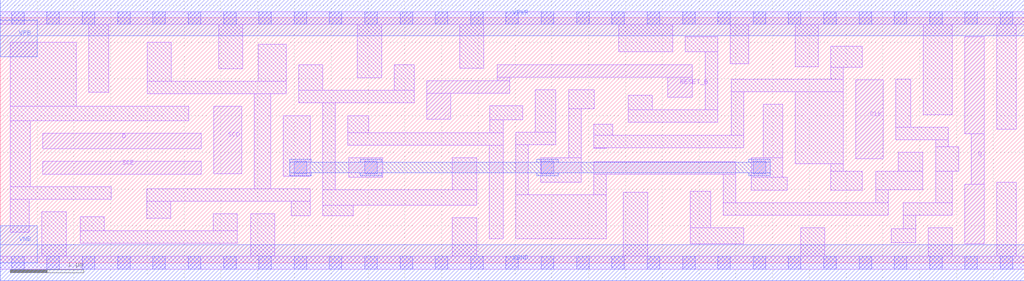
<source format=lef>
# Copyright 2020 The SkyWater PDK Authors
#
# Licensed under the Apache License, Version 2.0 (the "License");
# you may not use this file except in compliance with the License.
# You may obtain a copy of the License at
#
#     https://www.apache.org/licenses/LICENSE-2.0
#
# Unless required by applicable law or agreed to in writing, software
# distributed under the License is distributed on an "AS IS" BASIS,
# WITHOUT WARRANTIES OR CONDITIONS OF ANY KIND, either express or implied.
# See the License for the specific language governing permissions and
# limitations under the License.
#
# SPDX-License-Identifier: Apache-2.0

VERSION 5.5 ;
NAMESCASESENSITIVE ON ;
BUSBITCHARS "[]" ;
DIVIDERCHAR "/" ;
MACRO sky130_fd_sc_lp__sdfrtp_2
  CLASS CORE ;
  SOURCE USER ;
  ORIGIN  0.000000  0.000000 ;
  SIZE  13.92000 BY  3.330000 ;
  SYMMETRY X Y R90 ;
  SITE unit ;
  PIN D
    ANTENNAGATEAREA  0.159000 ;
    DIRECTION INPUT ;
    USE SIGNAL ;
    PORT
      LAYER li1 ;
        RECT 0.575000 1.550000 2.735000 1.760000 ;
    END
  END D
  PIN Q
    ANTENNADIFFAREA  0.588000 ;
    DIRECTION OUTPUT ;
    USE SIGNAL ;
    PORT
      LAYER li1 ;
        RECT 13.115000 0.255000 13.375000 1.065000 ;
        RECT 13.115000 1.755000 13.375000 3.075000 ;
        RECT 13.200000 1.065000 13.375000 1.755000 ;
    END
  END Q
  PIN RESET_B
    ANTENNAGATEAREA  0.411000 ;
    DIRECTION INPUT ;
    USE SIGNAL ;
    PORT
      LAYER li1 ;
        RECT 5.795000 1.950000 6.125000 2.305000 ;
        RECT 5.795000 2.305000 6.925000 2.475000 ;
        RECT 6.755000 2.475000 6.925000 2.525000 ;
        RECT 6.755000 2.525000 9.405000 2.695000 ;
        RECT 9.075000 2.250000 9.405000 2.525000 ;
    END
  END RESET_B
  PIN SCD
    ANTENNAGATEAREA  0.159000 ;
    DIRECTION INPUT ;
    USE SIGNAL ;
    PORT
      LAYER li1 ;
        RECT 2.905000 1.210000 3.285000 2.130000 ;
    END
  END SCD
  PIN SCE
    ANTENNAGATEAREA  0.318000 ;
    DIRECTION INPUT ;
    USE SIGNAL ;
    PORT
      LAYER li1 ;
        RECT 0.575000 1.200000 2.735000 1.380000 ;
    END
  END SCE
  PIN CLK
    ANTENNAGATEAREA  0.315000 ;
    DIRECTION INPUT ;
    USE CLOCK ;
    PORT
      LAYER li1 ;
        RECT 11.630000 1.415000 12.005000 2.490000 ;
    END
  END CLK
  PIN VGND
    DIRECTION INOUT ;
    USE GROUND ;
    PORT
      LAYER met1 ;
        RECT 0.000000 -0.245000 13.920000 0.245000 ;
    END
  END VGND
  PIN VNB
    DIRECTION INOUT ;
    USE GROUND ;
    PORT
    END
  END VNB
  PIN VPB
    DIRECTION INOUT ;
    USE POWER ;
    PORT
    END
  END VPB
  PIN VNB
    DIRECTION INOUT ;
    USE GROUND ;
    PORT
      LAYER met1 ;
        RECT 0.000000 0.000000 0.500000 0.500000 ;
    END
  END VNB
  PIN VPB
    DIRECTION INOUT ;
    USE POWER ;
    PORT
      LAYER met1 ;
        RECT 0.000000 2.800000 0.500000 3.300000 ;
    END
  END VPB
  PIN VPWR
    DIRECTION INOUT ;
    USE POWER ;
    PORT
      LAYER met1 ;
        RECT 0.000000 3.085000 13.920000 3.575000 ;
    END
  END VPWR
  OBS
    LAYER li1 ;
      RECT  0.000000 -0.085000 13.920000 0.085000 ;
      RECT  0.000000  3.245000 13.920000 3.415000 ;
      RECT  0.135000  0.415000  0.395000 0.860000 ;
      RECT  0.135000  0.860000  1.510000 1.030000 ;
      RECT  0.135000  1.030000  0.405000 1.930000 ;
      RECT  0.135000  1.930000  2.560000 2.130000 ;
      RECT  0.135000  2.130000  1.035000 3.000000 ;
      RECT  0.565000  0.085000  0.895000 0.690000 ;
      RECT  1.085000  0.265000  3.225000 0.435000 ;
      RECT  1.085000  0.435000  1.415000 0.625000 ;
      RECT  1.205000  2.320000  1.475000 3.245000 ;
      RECT  1.990000  0.605000  2.320000 0.835000 ;
      RECT  1.990000  0.835000  4.215000 1.005000 ;
      RECT  1.995000  2.300000  3.885000 2.470000 ;
      RECT  1.995000  2.470000  2.325000 3.000000 ;
      RECT  2.895000  0.435000  3.225000 0.665000 ;
      RECT  2.970000  2.640000  3.300000 3.245000 ;
      RECT  3.405000  0.085000  3.735000 0.665000 ;
      RECT  3.455000  1.005000  3.680000 2.300000 ;
      RECT  3.510000  2.470000  3.885000 2.970000 ;
      RECT  3.850000  1.175000  4.215000 1.995000 ;
      RECT  3.955000  0.640000  4.215000 0.835000 ;
      RECT  4.055000  2.175000  5.625000 2.345000 ;
      RECT  4.055000  2.345000  4.385000 2.695000 ;
      RECT  4.385000  0.640000  4.800000 0.785000 ;
      RECT  4.385000  0.785000  6.475000 0.995000 ;
      RECT  4.385000  0.995000  4.555000 2.175000 ;
      RECT  4.725000  1.600000  6.835000 1.770000 ;
      RECT  4.725000  1.770000  5.010000 1.995000 ;
      RECT  4.735000  1.165000  5.200000 1.430000 ;
      RECT  4.855000  2.515000  5.185000 3.245000 ;
      RECT  5.355000  2.345000  5.625000 2.695000 ;
      RECT  6.145000  0.085000  6.475000 0.615000 ;
      RECT  6.145000  0.995000  6.475000 1.430000 ;
      RECT  6.245000  2.645000  6.575000 3.245000 ;
      RECT  6.645000  0.325000  6.835000 1.600000 ;
      RECT  6.655000  1.770000  6.835000 1.945000 ;
      RECT  6.655000  1.945000  7.100000 2.135000 ;
      RECT  7.005000  0.325000  8.235000 0.925000 ;
      RECT  7.005000  0.925000  7.175000 1.605000 ;
      RECT  7.005000  1.605000  7.555000 1.775000 ;
      RECT  7.270000  1.775000  7.555000 2.355000 ;
      RECT  7.345000  1.095000  7.895000 1.425000 ;
      RECT  7.725000  1.425000  7.895000 2.095000 ;
      RECT  7.725000  2.095000  8.075000 2.355000 ;
      RECT  8.065000  0.925000  8.235000 1.205000 ;
      RECT  8.065000  1.205000 10.000000 1.375000 ;
      RECT  8.065000  1.555000  8.245000 1.560000 ;
      RECT  8.065000  1.560000 10.105000 1.730000 ;
      RECT  8.065000  1.730000  8.325000 1.885000 ;
      RECT  8.410000  2.865000  9.140000 3.245000 ;
      RECT  8.470000  0.085000  8.800000 0.955000 ;
      RECT  8.535000  1.910000  9.755000 2.080000 ;
      RECT  8.535000  2.080000  8.865000 2.275000 ;
      RECT  9.310000  2.865000  9.755000 3.075000 ;
      RECT  9.380000  0.255000 10.110000 0.475000 ;
      RECT  9.380000  0.475000  9.660000 0.970000 ;
      RECT  9.585000  2.080000  9.755000 2.865000 ;
      RECT  9.830000  0.645000 12.070000 0.815000 ;
      RECT  9.830000  0.815000 10.000000 1.205000 ;
      RECT  9.925000  2.705000 10.175000 3.245000 ;
      RECT  9.935000  1.730000 10.105000 2.325000 ;
      RECT  9.935000  2.325000 11.460000 2.495000 ;
      RECT 10.210000  0.985000 10.700000 1.165000 ;
      RECT 10.210000  1.165000 10.635000 1.425000 ;
      RECT 10.375000  1.425000 10.635000 2.155000 ;
      RECT 10.805000  1.345000 11.460000 2.325000 ;
      RECT 10.805000  2.665000 11.120000 3.245000 ;
      RECT 10.880000  0.085000 11.210000 0.475000 ;
      RECT 11.290000  0.985000 11.720000 1.245000 ;
      RECT 11.290000  1.245000 11.460000 1.345000 ;
      RECT 11.290000  2.495000 11.460000 2.660000 ;
      RECT 11.290000  2.660000 11.720000 2.940000 ;
      RECT 11.900000  0.815000 12.070000 0.995000 ;
      RECT 11.900000  0.995000 12.540000 1.245000 ;
      RECT 12.115000  0.275000 12.445000 0.465000 ;
      RECT 12.175000  1.675000 12.890000 1.845000 ;
      RECT 12.175000  1.845000 12.375000 2.495000 ;
      RECT 12.210000  1.245000 12.540000 1.505000 ;
      RECT 12.275000  0.465000 12.445000 0.645000 ;
      RECT 12.275000  0.645000 12.945000 0.815000 ;
      RECT 12.545000  2.015000 12.945000 3.245000 ;
      RECT 12.615000  0.085000 12.945000 0.475000 ;
      RECT 12.720000  0.815000 12.945000 1.245000 ;
      RECT 12.720000  1.245000 13.030000 1.575000 ;
      RECT 12.720000  1.575000 12.890000 1.675000 ;
      RECT 13.545000  0.085000 13.815000 1.095000 ;
      RECT 13.545000  1.815000 13.815000 3.245000 ;
    LAYER mcon ;
      RECT  0.155000 -0.085000  0.325000 0.085000 ;
      RECT  0.155000  3.245000  0.325000 3.415000 ;
      RECT  0.635000 -0.085000  0.805000 0.085000 ;
      RECT  0.635000  3.245000  0.805000 3.415000 ;
      RECT  1.115000 -0.085000  1.285000 0.085000 ;
      RECT  1.115000  3.245000  1.285000 3.415000 ;
      RECT  1.595000 -0.085000  1.765000 0.085000 ;
      RECT  1.595000  3.245000  1.765000 3.415000 ;
      RECT  2.075000 -0.085000  2.245000 0.085000 ;
      RECT  2.075000  3.245000  2.245000 3.415000 ;
      RECT  2.555000 -0.085000  2.725000 0.085000 ;
      RECT  2.555000  3.245000  2.725000 3.415000 ;
      RECT  3.035000 -0.085000  3.205000 0.085000 ;
      RECT  3.035000  3.245000  3.205000 3.415000 ;
      RECT  3.515000 -0.085000  3.685000 0.085000 ;
      RECT  3.515000  3.245000  3.685000 3.415000 ;
      RECT  3.995000 -0.085000  4.165000 0.085000 ;
      RECT  3.995000  1.210000  4.165000 1.380000 ;
      RECT  3.995000  3.245000  4.165000 3.415000 ;
      RECT  4.475000 -0.085000  4.645000 0.085000 ;
      RECT  4.475000  3.245000  4.645000 3.415000 ;
      RECT  4.955000 -0.085000  5.125000 0.085000 ;
      RECT  4.955000  1.210000  5.125000 1.380000 ;
      RECT  4.955000  3.245000  5.125000 3.415000 ;
      RECT  5.435000 -0.085000  5.605000 0.085000 ;
      RECT  5.435000  3.245000  5.605000 3.415000 ;
      RECT  5.915000 -0.085000  6.085000 0.085000 ;
      RECT  5.915000  3.245000  6.085000 3.415000 ;
      RECT  6.395000 -0.085000  6.565000 0.085000 ;
      RECT  6.395000  3.245000  6.565000 3.415000 ;
      RECT  6.875000 -0.085000  7.045000 0.085000 ;
      RECT  6.875000  3.245000  7.045000 3.415000 ;
      RECT  7.355000 -0.085000  7.525000 0.085000 ;
      RECT  7.355000  1.210000  7.525000 1.380000 ;
      RECT  7.355000  3.245000  7.525000 3.415000 ;
      RECT  7.835000 -0.085000  8.005000 0.085000 ;
      RECT  7.835000  3.245000  8.005000 3.415000 ;
      RECT  8.315000 -0.085000  8.485000 0.085000 ;
      RECT  8.315000  3.245000  8.485000 3.415000 ;
      RECT  8.795000 -0.085000  8.965000 0.085000 ;
      RECT  8.795000  3.245000  8.965000 3.415000 ;
      RECT  9.275000 -0.085000  9.445000 0.085000 ;
      RECT  9.275000  3.245000  9.445000 3.415000 ;
      RECT  9.755000 -0.085000  9.925000 0.085000 ;
      RECT  9.755000  3.245000  9.925000 3.415000 ;
      RECT 10.235000 -0.085000 10.405000 0.085000 ;
      RECT 10.235000  1.210000 10.405000 1.380000 ;
      RECT 10.235000  3.245000 10.405000 3.415000 ;
      RECT 10.715000 -0.085000 10.885000 0.085000 ;
      RECT 10.715000  3.245000 10.885000 3.415000 ;
      RECT 11.195000 -0.085000 11.365000 0.085000 ;
      RECT 11.195000  3.245000 11.365000 3.415000 ;
      RECT 11.675000 -0.085000 11.845000 0.085000 ;
      RECT 11.675000  3.245000 11.845000 3.415000 ;
      RECT 12.155000 -0.085000 12.325000 0.085000 ;
      RECT 12.155000  3.245000 12.325000 3.415000 ;
      RECT 12.635000 -0.085000 12.805000 0.085000 ;
      RECT 12.635000  3.245000 12.805000 3.415000 ;
      RECT 13.115000 -0.085000 13.285000 0.085000 ;
      RECT 13.115000  3.245000 13.285000 3.415000 ;
      RECT 13.595000 -0.085000 13.765000 0.085000 ;
      RECT 13.595000  3.245000 13.765000 3.415000 ;
    LAYER met1 ;
      RECT  3.935000 1.180000  4.225000 1.225000 ;
      RECT  3.935000 1.225000 10.465000 1.365000 ;
      RECT  3.935000 1.365000  4.225000 1.410000 ;
      RECT  4.895000 1.180000  5.185000 1.225000 ;
      RECT  4.895000 1.365000  5.185000 1.410000 ;
      RECT  7.295000 1.180000  7.585000 1.225000 ;
      RECT  7.295000 1.365000  7.585000 1.410000 ;
      RECT 10.175000 1.180000 10.465000 1.225000 ;
      RECT 10.175000 1.365000 10.465000 1.410000 ;
  END
END sky130_fd_sc_lp__sdfrtp_2
END LIBRARY

</source>
